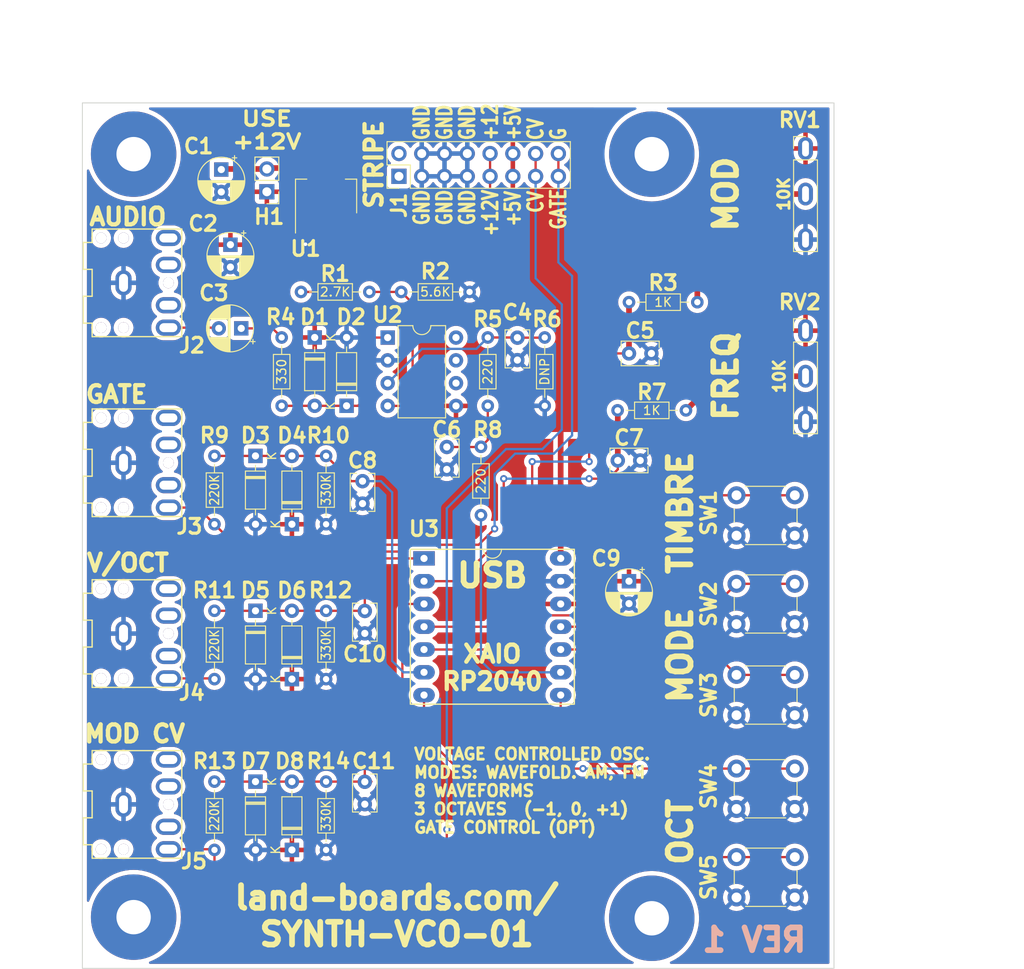
<source format=kicad_pcb>
(kicad_pcb (version 20211014) (generator pcbnew)
  (title_block (title "VOLTAGE CONTROLLED OSC") (date "2022-09-21") (rev "1") (company "LAND BOARDS, LLC"))
  (layers (0 "F.Cu" signal) (31 "B.Cu" signal) (34 "B.Paste" user) (35 "F.Paste" user) (36 "B.SilkS" user "B.Silkscreen") (37 "F.SilkS" user "F.Silkscreen") (38 "B.Mask" user) (39 "F.Mask" user) (44 "Edge.Cuts" user))
  (net 0 "")
  (net 1 "GND")
  (net 2 "+3V3")
  (net 4 "+5V")
  (net 5 "Net-(C3-Pad2)")
  (net 6 "/VPEROCT")
  (net 7 "/FREQ_POT")
  (net 8 "/MODCV")
  (net 9 "/MOD_POT")
  (net 10 "/PUSH")
  (net 11 "/OCT_UP")
  (net 12 "/PRE_FILT")
  (net 13 "/AUD_OUT")
  (net 14 "/OCT_DN")
  (net 15 "/MODE_DN")
  (net 16 "/MODE_UP")
  (net 18 "+12V")
  (net 19 "/CV")
  (net 20 "/GATE")
  (net 21 "/GATE_C")
  (net 22 "Net-(C1-Pad1)")
  (net 23 "Net-(C6-Pad1)")
  (net 24 "Net-(D1-Pad1)")
  (net 29 "/WAV")
  (net 30 "/V_OCT")
  (net 31 "Net-(R1-Pad1)")
  (net 32 "Net-(R3-Pad1)")
  (net 33 "Net-(R7-Pad1)")
  (footprint "Capacitor_THT:CP_Radial_D5.0mm_P2.50mm" (layer "F.Cu") (at 102.87 38.672888 -90)
    (fp_text reference "C2" (at -2.350888 3.048 180) (layer "F.SilkS") (effects (font (size 1.651 1.651) (thickness 0.34925))))
    (fp_text value "10uF")
    (pad "1" thru_hole rect (at 0 0 270) (size 1.6 1.6) (drill 0.8) (layers *.Cu *.Mask) (net 4 "+5V"))
    (pad "2" thru_hole circle (at 2.5 0 270) (size 1.6 1.6) (drill 0.8) (layers *.Cu *.Mask) (net 1 "GND"))
  )
  (footprint "Resistor_THT:R_Axial_DIN0204_L3.6mm_D1.6mm_P7.62mm_Horizontal" (layer "F.Cu") (at 101.092 69.85 90)
    (fp_text reference "R9" (at 9.906 0 180) (layer "F.SilkS") (effects (font (size 1.651 1.651) (thickness 0.34925))))
    (fp_text value "220K" (at 3.81 0 90) (layer "F.SilkS") (effects (font (size 1 0.889))))
    (pad "1" thru_hole circle (at 0 0 90) (size 1.4 1.4) (drill 0.7) (layers *.Cu *.Mask) (net 20 "/GATE"))
    (pad "2" thru_hole oval (at 7.62 0 90) (size 1.4 1.4) (drill 0.7) (layers *.Cu *.Mask) (net 21 "/GATE_C"))
  )
  (footprint "Capacitor_THT:CP_Radial_D5.0mm_P2.50mm" (layer "F.Cu") (at 147.32 76.2 -90)
    (fp_text reference "C9" (at -2.54 2.54 180) (layer "F.SilkS") (effects (font (size 1.651 1.651) (thickness 0.34925))))
    (fp_text value "10uF")
    (pad "1" thru_hole rect (at 0 0 270) (size 1.6 1.6) (drill 0.8) (layers *.Cu *.Mask) (net 2 "+3V3"))
    (pad "2" thru_hole circle (at 2.5 0 270) (size 1.6 1.6) (drill 0.8) (layers *.Cu *.Mask) (net 1 "GND"))
  )
  (footprint "Diode_THT:D_DO-35_SOD27_P7.62mm_Horizontal" (layer "F.Cu") (at 115.824 56.642 90)
    (fp_text reference "D2" (at 9.906 0.508) (layer "F.SilkS") (effects (font (size 1.651 1.651) (thickness 0.34925))))
    (fp_text value "BAT41")
    (fp_text user "K" (at 0 -1.8 90) (layer "F.SilkS"))
    (pad "1" thru_hole rect (at 0 0 90) (size 1.6 1.6) (drill 0.8) (layers *.Cu *.Mask) (net 24 "Net-(D1-Pad1)"))
    (pad "2" thru_hole oval (at 7.62 0 90) (size 1.6 1.6) (drill 0.8) (layers *.Cu *.Mask) (net 1 "GND"))
  )
  (footprint "LandBoards_MountHoles:MTG-6-32" (layer "F.Cu") (at 92.075 113.665)
    (fp_text reference "MTG2" hide)
    (fp_text value "MountingHole" hide)
    (pad "1" thru_hole circle locked (at 0 0) (size 9.525 9.525) (drill 3.8354) (layers *.Cu *.Mask) (clearance 0.508))
  )
  (footprint "LandBoards_Conns:Pot3" (layer "F.Cu") (at 167.005 48.26)
    (fp_text reference "RV2" (at -0.635 -3.175) (layer "F.SilkS") (effects (font (size 1.651 1.651) (thickness 0.34925))))
    (fp_text value "10K" (at -2.921 5.08 90) (layer "F.SilkS") (effects (font (size 1.27 1.27) (thickness 0.3175))))
    (pad "1" thru_hole oval locked (at 0 0) (size 1.651 2.54) (drill oval 0.762 1.778) (layers *.Cu *.Mask) (net 2 "+3V3"))
    (pad "2" thru_hole oval locked (at 0 5.08) (size 1.651 2.54) (drill oval 0.762 1.778) (layers *.Cu *.Mask) (net 33 "Net-(R7-Pad1)"))
    (pad "3" thru_hole oval locked (at 0 10.16) (size 1.651 2.54) (drill oval 0.762 1.778) (layers *.Cu *.Mask) (net 1 "GND"))
  )
  (footprint "Diode_THT:D_DO-35_SOD27_P7.62mm_Horizontal" (layer "F.Cu") (at 109.728 87.122 90)
    (fp_text reference "D6" (at 9.906 0) (layer "F.SilkS") (effects (font (size 1.651 1.651) (thickness 0.34925))))
    (fp_text value "BAT41")
    (fp_text user "K" (at 0 -1.8 90) (layer "F.SilkS"))
    (pad "1" thru_hole rect (at 0 0 90) (size 1.6 1.6) (drill 0.8) (layers *.Cu *.Mask) (net 2 "+3V3"))
    (pad "2" thru_hole oval (at 7.62 0 90) (size 1.6 1.6) (drill 0.8) (layers *.Cu *.Mask) (net 6 "/VPEROCT"))
  )
  (footprint "Diode_THT:D_DO-35_SOD27_P7.62mm_Horizontal" (layer "F.Cu") (at 109.728 106.172 90)
    (fp_text reference "D8" (at 9.906 -0.254 180) (layer "F.SilkS") (effects (font (size 1.651 1.651) (thickness 0.34925))))
    (fp_text value "BAT41")
    (fp_text user "K" (at 0 -1.8 90) (layer "F.SilkS"))
    (pad "1" thru_hole rect (at 0 0 90) (size 1.6 1.6) (drill 0.8) (layers *.Cu *.Mask) (net 2 "+3V3"))
    (pad "2" thru_hole oval (at 7.62 0 90) (size 1.6 1.6) (drill 0.8) (layers *.Cu *.Mask) (net 8 "/MODCV"))
  )
  (footprint "LandBoards_MountHoles:MTG-6-32" (layer "F.Cu") (at 149.86 28.575)
    (fp_text reference "MTG3" hide)
    (fp_text value "MountingHole" hide)
    (pad "1" thru_hole circle locked (at 0 0) (size 9.525 9.525) (drill 3.8354) (layers *.Cu *.Mask) (clearance 0.508))
  )
  (footprint "Button_Switch_THT:SW_PUSH_6mm_H8.5mm" (layer "F.Cu") (at 159.31 76.49)
    (fp_text reference "SW2" (at -3.1 2.25 90) (layer "F.SilkS") (effects (font (size 1.651 1.651) (thickness 0.34925))))
    (fp_text value "SW_Push")
    (pad "1" thru_hole circle (at 6.5 0 90) (size 2 2) (drill 1.1) (layers *.Cu *.Mask) (net 16 "/MODE_UP"))
    (pad "1" thru_hole circle (at 0 0 90) (size 2 2) (drill 1.1) (layers *.Cu *.Mask) (net 16 "/MODE_UP"))
    (pad "2" thru_hole circle (at 0 4.5 90) (size 2 2) (drill 1.1) (layers *.Cu *.Mask) (net 1 "GND"))
    (pad "2" thru_hole circle (at 6.5 4.5 90) (size 2 2) (drill 1.1) (layers *.Cu *.Mask) (net 1 "GND"))
  )
  (footprint "Diode_THT:D_DO-35_SOD27_P7.62mm_Horizontal" (layer "F.Cu") (at 105.664 79.502 -90)
    (fp_text reference "D5" (at -2.286 0) (layer "F.SilkS") (effects (font (size 1.651 1.651) (thickness 0.34925))))
    (fp_text value "BAT41")
    (fp_text user "K" (at 0 -1.8 90) (layer "F.SilkS"))
    (pad "1" thru_hole rect (at 0 0 270) (size 1.6 1.6) (drill 0.8) (layers *.Cu *.Mask) (net 6 "/VPEROCT"))
    (pad "2" thru_hole oval (at 7.62 0 270) (size 1.6 1.6) (drill 0.8) (layers *.Cu *.Mask) (net 1 "GND"))
  )
  (footprint "Button_Switch_THT:SW_PUSH_6mm_H8.5mm" (layer "F.Cu") (at 165.81 71.12 180)
    (fp_text reference "SW1" (at 9.6 2.54 90) (layer "F.SilkS") (effects (font (size 1.651 1.651) (thickness 0.34925))))
    (fp_text value "SW_Push")
    (pad "1" thru_hole circle (at 0 0 270) (size 2 2) (drill 1.1) (layers *.Cu *.Mask) (net 1 "GND"))
    (pad "1" thru_hole circle (at 6.5 0 270) (size 2 2) (drill 1.1) (layers *.Cu *.Mask) (net 1 "GND"))
    (pad "2" thru_hole circle (at 0 4.5 270) (size 2 2) (drill 1.1) (layers *.Cu *.Mask) (net 10 "/PUSH"))
    (pad "2" thru_hole circle (at 6.5 4.5 270) (size 2 2) (drill 1.1) (layers *.Cu *.Mask) (net 10 "/PUSH"))
  )
  (footprint "Resistor_THT:R_Axial_DIN0204_L3.6mm_D1.6mm_P7.62mm_Horizontal" (layer "F.Cu") (at 101.092 106.172 90)
    (fp_text reference "R13" (at 9.906 0 180) (layer "F.SilkS") (effects (font (size 1.651 1.651) (thickness 0.34925))))
    (fp_text value "220K" (at 3.81 0 90) (layer "F.SilkS") (effects (font (size 1 0.889))))
    (pad "1" thru_hole circle (at 0 0 90) (size 1.4 1.4) (drill 0.7) (layers *.Cu *.Mask) (net 19 "/CV"))
    (pad "2" thru_hole oval (at 7.62 0 90) (size 1.4 1.4) (drill 0.7) (layers *.Cu *.Mask) (net 8 "/MODCV"))
  )
  (footprint "Resistor_THT:R_Axial_DIN0204_L3.6mm_D1.6mm_P7.62mm_Horizontal" (layer "F.Cu") (at 154.94 45.085 180)
    (fp_text reference "R3" (at 3.81 2.159) (layer "F.SilkS") (effects (font (size 1.651 1.651) (thickness 0.34925))))
    (fp_text value "1K" (at 3.81 0) (layer "F.SilkS"))
    (pad "1" thru_hole circle (at 0 0 180) (size 1.4 1.4) (drill 0.7) (layers *.Cu *.Mask) (net 32 "Net-(R3-Pad1)"))
    (pad "2" thru_hole oval (at 7.62 0 180) (size 1.4 1.4) (drill 0.7) (layers *.Cu *.Mask) (net 9 "/MOD_POT"))
  )
  (footprint "Resistor_THT:R_Axial_DIN0204_L3.6mm_D1.6mm_P7.62mm_Horizontal" (layer "F.Cu") (at 118.364 43.942 180)
    (fp_text reference "R1" (at 3.81 2.032) (layer "F.SilkS") (effects (font (size 1.651 1.651) (thickness 0.34925))))
    (fp_text value "2.7K" (at 3.81 0) (layer "F.SilkS"))
    (pad "1" thru_hole circle (at 0 0 180) (size 1.4 1.4) (drill 0.7) (layers *.Cu *.Mask) (net 31 "Net-(R1-Pad1)"))
    (pad "2" thru_hole oval (at 7.62 0 180) (size 1.4 1.4) (drill 0.7) (layers *.Cu *.Mask) (net 24 "Net-(D1-Pad1)"))
  )
  (footprint "LandBoards_Conns:Jack_3.5mm_CUI_SJ1-3523N_Horizontal" (layer "F.Cu") (at 90.948 101.092 90)
    (fp_text reference "J5" (at -6.35 7.858 180) (layer "F.SilkS") (effects (font (size 1.651 1.651) (thickness 0.34925))))
    (fp_text value "AudioJack3" hide)
    (pad "90" thru_hole circle (at -5 -2.5 90) (size 1.2 1.2) (drill 1.2) (layers *.Cu *.Mask))
    (pad "90" thru_hole circle (at 0 5 90) (size 1.2 1.2) (drill 1.2) (layers *.Cu *.Mask))
    (pad "90" thru_hole circle (at 5 -2.5 90) (size 1.2 1.2) (drill 1.2) (layers *.Cu *.Mask))
    (pad "90" thru_hole circle (at 5 0 90) (size 1.2 1.2) (drill 1.2) (layers *.Cu *.Mask))
    (pad "90" thru_hole circle (at -5 0 90) (size 1.2 1.2) (drill 1.2) (layers *.Cu *.Mask))
    (pad "R" thru_hole oval (at 5 5 180) (size 2.8 1.8) (drill oval 2 1) (layers *.Cu *.Mask))
    (pad "RN" thru_hole oval (at 2 5 180) (size 2.8 1.8) (drill oval 2 1) (layers *.Cu *.Mask))
    (pad "S" thru_hole oval (at 0 0 90) (size 2.8 1.8) (drill oval 2 1) (layers *.Cu *.Mask) (net 1 "GND"))
    (pad "T" thru_hole oval (at -5 5 180) (size 2.8 1.8) (drill oval 2 1) (layers *.Cu *.Mask) (net 19 "/CV"))
    (pad "TN" thru_hole oval (at -2.5 5 180) (size 2.8 1.8) (drill oval 2 1) (layers *.Cu *.Mask))
  )
  (footprint "Capacitor_THT:C_Rect_L4.0mm_W2.5mm_P2.50mm" (layer "F.Cu") (at 117.602 65.044 -90)
    (fp_text reference "C8" (at -2.306 0 180) (layer "F.SilkS") (effects (font (size 1.651 1.651) (thickness 0.34925))))
    (fp_text value "0.01uF")
    (pad "1" thru_hole circle (at 0 0 270) (size 1.6 1.6) (drill 0.8) (layers *.Cu *.Mask) (net 21 "/GATE_C"))
    (pad "2" thru_hole circle (at 2.5 0 270) (size 1.6 1.6) (drill 0.8) (layers *.Cu *.Mask) (net 1 "GND"))
  )
  (footprint "Capacitor_THT:C_Rect_L4.0mm_W2.5mm_P2.50mm" (layer "F.Cu") (at 117.856 79.522 -90)
    (fp_text reference "C10" (at 4.806 0) (layer "F.SilkS") (effects (font (size 1.651 1.651) (thickness 0.34925))))
    (fp_text value "0.01uF")
    (pad "1" thru_hole circle (at 0 0 270) (size 1.6 1.6) (drill 0.8) (layers *.Cu *.Mask) (net 6 "/VPEROCT"))
    (pad "2" thru_hole circle (at 2.5 0 270) (size 1.6 1.6) (drill 0.8) (layers *.Cu *.Mask) (net 1 "GND"))
  )
  (footprint "Button_Switch_THT:SW_PUSH_6mm_H8.5mm" (layer "F.Cu") (at 165.81 101.6 180)
    (fp_text reference "SW4" (at 9.6 2.54 90) (layer "F.SilkS") (effects (font (size 1.651 1.651) (thickness 0.34925))))
    (fp_text value "SW_Push")
    (pad "1" thru_hole circle (at 6.5 0 270) (size 2 2) (drill 1.1) (layers *.Cu *.Mask) (net 1 "GND"))
    (pad "1" thru_hole circle (at 0 0 270) (size 2 2) (drill 1.1) (layers *.Cu *.Mask) (net 1 "GND"))
    (pad "2" thru_hole circle (at 6.5 4.5 270) (size 2 2) (drill 1.1) (layers *.Cu *.Mask) (net 11 "/OCT_UP"))
    (pad "2" thru_hole circle (at 0 4.5 270) (size 2 2) (drill 1.1) (layers *.Cu *.Mask) (net 11 "/OCT_UP"))
  )
  (footprint "Diode_THT:D_DO-35_SOD27_P7.62mm_Horizontal" (layer "F.Cu") (at 105.664 62.23 -90)
    (fp_text reference "D3" (at -2.286 0 180) (layer "F.SilkS") (effects (font (size 1.651 1.651) (thickness 0.34925))))
    (fp_text value "BAT41")
    (fp_text user "K" (at 0 -1.8 90) (layer "F.SilkS"))
    (pad "1" thru_hole rect (at 0 0 270) (size 1.6 1.6) (drill 0.8) (layers *.Cu *.Mask) (net 21 "/GATE_C"))
    (pad "2" thru_hole oval (at 7.62 0 270) (size 1.6 1.6) (drill 0.8) (layers *.Cu *.Mask) (net 1 "GND"))
  )
  (footprint "Capacitor_THT:C_Rect_L4.0mm_W2.5mm_P2.50mm" (layer "F.Cu") (at 127 61.234 -90)
    (fp_text reference "C6" (at -1.945 0 180) (layer "F.SilkS") (effects (font (size 1.651 1.651) (thickness 0.34925))))
    (fp_text value "10nF")
    (pad "1" thru_hole circle (at 0 0 270) (size 1.6 1.6) (drill 0.8) (layers *.Cu *.Mask) (net 23 "Net-(C6-Pad1)"))
    (pad "2" thru_hole circle (at 2.5 0 270) (size 1.6 1.6) (drill 0.8) (layers *.Cu *.Mask) (net 1 "GND"))
  )
  (footprint "Resistor_THT:R_Axial_DIN0204_L3.6mm_D1.6mm_P7.62mm_Horizontal" (layer "F.Cu") (at 131.572 56.642 90)
    (fp_text reference "R5" (at 9.652 0 180) (layer "F.SilkS") (effects (font (size 1.651 1.651) (thickness 0.34925))))
    (fp_text value "220" (at 3.81 0 90) (layer "F.SilkS"))
    (pad "1" thru_hole circle (at 0 0 90) (size 1.4 1.4) (drill 0.7) (layers *.Cu *.Mask) (net 23 "Net-(C6-Pad1)"))
    (pad "2" thru_hole oval (at 7.62 0 90) (size 1.4 1.4) (drill 0.7) (layers *.Cu *.Mask) (net 12 "/PRE_FILT"))
  )
  (footprint "Resistor_THT:R_Axial_DIN0204_L3.6mm_D1.6mm_P7.62mm_Horizontal" (layer "F.Cu") (at 113.538 69.85 90)
    (fp_text reference "R10" (at 9.906 0.254 180) (layer "F.SilkS") (effects (font (size 1.651 1.651) (thickness 0.34925))))
    (fp_text value "330K" (at 3.81 0 90) (layer "F.SilkS") (effects (font (size 1 0.889))))
    (pad "1" thru_hole circle (at 0 0 90) (size 1.4 1.4) (drill 0.7) (layers *.Cu *.Mask) (net 1 "GND"))
    (pad "2" thru_hole oval (at 7.62 0 90) (size 1.4 1.4) (drill 0.7) (layers *.Cu *.Mask) (net 21 "/GATE_C"))
  )
  (footprint "Resistor_THT:R_Axial_DIN0204_L3.6mm_D1.6mm_P7.62mm_Horizontal" (layer "F.Cu") (at 101.092 87.122 90)
    (fp_text reference "R11" (at 9.906 0) (layer "F.SilkS") (effects (font (size 1.651 1.651) (thickness 0.34925))))
    (fp_text value "220K" (at 3.81 0 90) (layer "F.SilkS") (effects (font (size 1 0.889))))
    (pad "1" thru_hole circle (at 0 0 90) (size 1.4 1.4) (drill 0.7) (layers *.Cu *.Mask) (net 30 "/V_OCT"))
    (pad "2" thru_hole oval (at 7.62 0 90) (size 1.4 1.4) (drill 0.7) (layers *.Cu *.Mask) (net 6 "/VPEROCT"))
  )
  (footprint "Capacitor_THT:C_Rect_L4.0mm_W2.5mm_P2.50mm" (layer "F.Cu") (at 117.856 98.572 -90)
    (fp_text reference "C11" (at -2.306 -1.016 180) (layer "F.SilkS") (effects (font (size 1.651 1.651) (thickness 0.34925))))
    (fp_text value "0.01uF")
    (pad "1" thru_hole circle (at 0 0 270) (size 1.6 1.6) (drill 0.8) (layers *.Cu *.Mask) (net 8 "/MODCV"))
    (pad "2" thru_hole circle (at 2.5 0 270) (size 1.6 1.6) (drill 0.8) (layers *.Cu *.Mask) (net 1 "GND"))
  )
  (footprint "Diode_THT:D_DO-35_SOD27_P7.62mm_Horizontal" (layer "F.Cu") (at 112.268 49.022 -90)
    (fp_text reference "D1" (at -2.286 0) (layer "F.SilkS") (effects (font (size 1.651 1.651) (thickness 0.34925))))
    (fp_text value "BAT41")
    (fp_text user "K" (at 0 -1.8 90) (layer "F.SilkS"))
    (pad "1" thru_hole rect (at 0 0 270) (size 1.6 1.6) (drill 0.8) (layers *.Cu *.Mask) (net 4 "+5V"))
    (pad "2" thru_hole oval (at 7.62 0 270) (size 1.6 1.6) (drill 0.8) (layers *.Cu *.Mask) (net 24 "Net-(D1-Pad1)"))
  )
  (footprint "Button_Switch_THT:SW_PUSH_6mm_H8.5mm" (layer "F.Cu") (at 159.31 86.65)
    (fp_text reference "SW3" (at -3.1 2.25 90) (layer "F.SilkS") (effects (font (size 1.651 1.651) (thickness 0.34925))))
    (fp_text value "SW_Push")
    (pad "1" thru_hole circle (at 0 0 90) (size 2 2) (drill 1.1) (layers *.Cu *.Mask) (net 15 "/MODE_DN"))
    (pad "1" thru_hole circle (at 6.5 0 90) (size 2 2) (drill 1.1) (layers *.Cu *.Mask) (net 15 "/MODE_DN"))
    (pad "2" thru_hole circle (at 0 4.5 90) (size 2 2) (drill 1.1) (layers *.Cu *.Mask) (net 1 "GND"))
    (pad "2" thru_hole circle (at 6.5 4.5 90) (size 2 2) (drill 1.1) (layers *.Cu *.Mask) (net 1 "GND"))
  )
  (footprint "Diode_THT:D_DO-35_SOD27_P7.62mm_Horizontal" (layer "F.Cu") (at 105.664 98.552 -90)
    (fp_text reference "D7" (at -2.286 0 180) (layer "F.SilkS") (effects (font (size 1.651 1.651) (thickness 0.34925))))
    (fp_text value "BAT41")
    (fp_text user "K" (at 0 -1.8 90) (layer "F.SilkS"))
    (pad "1" thru_hole rect (at 0 0 270) (size 1.6 1.6) (drill 0.8) (layers *.Cu *.Mask) (net 8 "/MODCV"))
    (pad "2" thru_hole oval (at 7.62 0 270) (size 1.6 1.6) (drill 0.8) (layers *.Cu *.Mask) (net 1 "GND"))
  )
  (footprint "Package_DIP:DIP-8_W7.62mm" (layer "F.Cu") (at 120.406 49.032)
    (fp_text reference "U2" (at -0.01 -2.55) (layer "F.SilkS") (effects (font (size 1.651 1.651) (thickness 0.34925))))
    (fp_text value "MCP6232")
    (pad "1" thru_hole rect (at 0 0) (size 1.6 1.6) (drill 0.8) (layers *.Cu *.Mask) (net 24 "Net-(D1-Pad1)"))
    (pad "2" thru_hole oval (at 0 2.54) (size 1.6 1.6) (drill 0.8) (layers *.Cu *.Mask) (net 1 "GND"))
    (pad "3" thru_hole oval (at 0 5.08) (size 1.6 1.6) (drill 0.8) (layers *.Cu *.Mask) (net 12 "/PRE_FILT"))
    (pad "4" thru_hole oval (at 0 7.62) (size 1.6 1.6) (drill 0.8) (layers *.Cu *.Mask) (net 31 "Net-(R1-Pad1)"))
    (pad "5" thru_hole oval (at 7.62 7.62) (size 1.6 1.6) (drill 0.8) (layers *.Cu *.Mask) (net 4 "+5V"))
    (pad "6" thru_hole oval (at 7.62 5.08) (size 1.6 1.6) (drill 0.8) (layers *.Cu *.Mask))
    (pad "7" thru_hole oval (at 7.62 2.54) (size 1.6 1.6) (drill 0.8) (layers *.Cu *.Mask))
    (pad "8" thru_hole oval (at 7.62 0) (size 1.6 1.6) (drill 0.8) (layers *.Cu *.Mask))
  )
  (footprint "Resistor_THT:R_Axial_DIN0204_L3.6mm_D1.6mm_P7.62mm_Horizontal" (layer "F.Cu") (at 108.585 49.022 -90)
    (fp_text reference "R4" (at -2.286 0.127) (layer "F.SilkS") (effects (font (size 1.651 1.651) (thickness 0.34925))))
    (fp_text value "330" (at 3.81 0 90) (layer "F.SilkS"))
    (pad "1" thru_hole circle (at 0 0 270) (size 1.4 1.4) (drill 0.7) (layers *.Cu *.Mask) (net 13 "/AUD_OUT"))
    (pad "2" thru_hole oval (at 7.62 0 270) (size 1.4 1.4) (drill 0.7) (layers *.Cu *.Mask) (net 24 "Net-(D1-Pad1)"))
  )
  (footprint "Diode_THT:D_DO-35_SOD27_P7.62mm_Horizontal" (layer "F.Cu") (at 109.728 69.85 90)
    (fp_text reference "D4" (at 9.906 0 180) (layer "F.SilkS") (effects (font (size 1.651 1.651) (thickness 0.34925))))
    (fp_text value "BAT41")
    (fp_text user "K" (at 0 -1.8 90) (layer "F.SilkS"))
    (pad "1" thru_hole rect (at 0 0 90) (size 1.6 1.6) (drill 0.8) (layers *.Cu *.Mask) (net 2 "+3V3"))
    (pad "2" thru_hole oval (at 7.62 0 90) (size 1.6 1.6) (drill 0.8) (layers *.Cu *.Mask) (net 21 "/GATE_C"))
  )
  (footprint "Capacitor_THT:C_Rect_L4.0mm_W2.5mm_P2.50mm" (layer "F.Cu") (at 134.874 49.042 -90)
    (fp_text reference "C4" (at -2.814 0 180) (layer "F.SilkS") (effects (font (size 1.651 1.651) (thickness 0.34925))))
    (fp_text value "10nF")
    (pad "1" thru_hole circle (at 0 0 270) (size 1.6 1.6) (drill 0.8) (layers *.Cu *.Mask) (net 12 "/PRE_FILT"))
    (pad "2" thru_hole circle (at 2.5 0 270) (size 1.6 1.6) (drill 0.8) (layers *.Cu *.Mask) (net 1 "GND"))
  )
  (footprint "Connector_PinHeader_2.54mm:PinHeader_2x08_P2.54mm_Vertical" (layer "F.Cu") (at 121.666 31.05 90)
    (fp_text reference "J1" (at -3.24 0 270) (layer "F.SilkS") (effects (font (size 1.5875 1.5875) (thickness 0.34925))))
    (fp_text value "Conn_02x08_Odd_Even")
    (pad "1" thru_hole rect (at 0 0 90) (size 1.7 1.7) (drill 1) (layers *.Cu *.Mask))
    (pad "2" thru_hole oval (at 2.54 0 90) (size 1.7 1.7) (drill 1) (layers *.Cu *.Mask))
    (pad "3" thru_hole oval (at 0 2.54 90) (size 1.7 1.7) (drill 1) (layers *.Cu *.Mask) (net 1 "GND"))
    (pad "4" thru_hole oval (at 2.54 2.54 90) (size 1.7 1.7) (drill 1) (layers *.Cu *.Mask) (net 1 "GND"))
    (pad "5" thru_hole oval (at 0 5.08 90) (size 1.7 1.7) (drill 1) (layers *.Cu *.Mask) (net 1 "GND"))
    (pad "6" thru_hole oval (at 2.54 5.08 90) (size 1.7 1.7) (drill 1) (layers *.Cu *.Mask) (net 1 "GND"))
    (pad "7" thru_hole oval (at 0 7.62 90) (size 1.7 1.7) (drill 1) (layers *.Cu *.Mask) (net 1 "GND"))
    (pad "8" thru_hole oval (at 2.54 7.62 90) (size 1.7 1.7) (drill 1) (layers *.Cu *.Mask) (net 1 "GND"))
    (pad "9" thru_hole oval (at 0 10.16 90) (size 1.7 1.7) (drill 1) (layers *.Cu *.Mask) (net 18 "+12V"))
    (pad "10" thru_hole oval (at 2.54 10.16 90) (size 1.7 1.7) (drill 1) (layers *.Cu *.Mask) (net 18 "+12V"))
    (pad "11" thru_hole oval (at 0 12.7 90) (size 1.7 1.7) (drill 1) (layers *.Cu *.Mask) (net 4 "+5V"))
    (pad "12" thru_hole oval (at 2.54 12.7 90) (size 1.7 1.7) (drill 1) (layers *.Cu *.Mask) (net 4 "+5V"))
    (pad "13" thru_hole oval (at 0 15.24 90) (size 1.7 1.7) (drill 1) (layers *.Cu *.Mask) (net 19 "/CV"))
    (pad "14" thru_hole oval (at 2.54 15.24 90) (size 1.7 1.7) (drill 1) (layers *.Cu *.Mask) (net 19 "/CV"))
    (pad "15" thru_hole oval (at 0 17.78 90) (size 1.7 1.7) (drill 1) (layers *.Cu *.Mask) (net 20 "/GATE"))
    (pad "16" thru_hole oval (at 2.54 17.78 90) (size 1.7 1.7) (drill 1) (layers *.Cu *.Mask) (net 20 "/GATE"))
  )
  (footprint "Resistor_THT:R_Axial_DIN0204_L3.6mm_D1.6mm_P7.62mm_Horizontal" (layer "F.Cu") (at 153.67 57.15 180)
    (fp_text reference "R7" (at 3.81 2.032) (layer "F.SilkS") (effects (font (size 1.651 1.651) (thickness 0.34925))))
    (fp_text value "1K" (at 3.81 0) (layer "F.SilkS"))
    (pad "1" thru_hole circle (at 0 0 180) (size 1.4 1.4) (drill 0.7) (layers *.Cu *.Mask) (net 33 "Net-(R7-Pad1)"))
    (pad "2" thru_hole oval (at 7.62 0 180) (size 1.4 1.4) (drill 0.7) (layers *.Cu *.Mask) (net 7 "/FREQ_POT"))
  )
  (footprint "LandBoards_BoardOutlines:QT_Py" (layer "F.Cu") (at 124.46 73.66)
    (fp_text reference "U3" (at 0 -3.302) (layer "F.SilkS") (effects (font (size 1.651 1.651) (thickness 0.34925))))
    (fp_text value "XIAO_RP2040")
    (pad "1" thru_hole rect (at 0 0) (size 2.4 1.6) (drill 0.8) (layers *.Cu *.Mask) (net 6 "/VPEROCT"))
    (pad "2" thru_hole oval (at 0 2.54) (size 2.4 1.6) (drill 0.8) (layers *.Cu *.Mask) (net 7 "/FREQ_POT"))
    (pad "3" thru_hole oval (at 0 5.08) (size 2.4 1.6) (drill 0.8) (layers *.Cu *.Mask) (net 8 "/MODCV"))
    (pad "4" thru_hole oval (at 0 7.62) (size 2.4 1.6) (drill 0.8) (layers *.Cu *.Mask) (net 9 "/MOD_POT"))
    (pad "5" thru_hole oval (at 0 10.16) (size 2.4 1.6) (drill 0.8) (layers *.Cu *.Mask) (net 10 "/PUSH"))
    (pad "6" thru_hole oval (at 0 12.7) (size 2.4 1.6) (drill 0.8) (layers *.Cu *.Mask) (net 21 "/GATE_C"))
    (pad "7" thru_hole oval (at 0 15.24) (size 2.4 1.6) (drill 0.8) (layers *.Cu *.Mask) (net 11 "/OCT_UP"))
    (pad "8" thru_hole oval (at 15.24 15.24) (size 2.4 1.6) (drill 0.8) (layers *.Cu *.Mask) (net 14 "/OCT_DN"))
    (pad "9" thru_hole oval (at 15.24 12.7) (size 2.4 1.6) (drill 0.8) (layers *.Cu *.Mask) (net 29 "/WAV"))
    (pad "10" thru_hole oval (at 15.24 10.16) (size 2.4 1.6) (drill 0.8) (layers *.Cu *.Mask) (net 15 "/MODE_DN"))
    (pad "11" thru_hole oval (at 15.24 7.62) (size 2.4 1.6) (drill 0.8) (layers *.Cu *.Mask) (net 16 "/MODE_UP"))
    (pad "12" thru_hole oval (at 15.24 5.08) (size 2.4 1.6) (drill 0.8) (layers *.Cu *.Mask) (net 2 "+3V3"))
    (pad "13" thru_hole oval (at 15.24 2.54) (size 2.4 1.6) (drill 0.8) (layers *.Cu *.Mask) (net 1 "GND"))
    (pad "14" thru_hole oval (at 15.24 0) (size 2.4 1.6) (drill 0.8) (layers *.Cu *.Mask) (net 4 "+5V"))
  )
  (footprint "Connector_PinHeader_2.54mm:PinHeader_1x02_P2.54mm_Vertical" (layer "F.Cu") (at 106.934 32.771 180)
    (fp_text reference "H1" (at -0.254 -2.789) (layer "F.SilkS") (effects (font (size 1.651 1.651) (thickness 0.34925))))
    (fp_text value "Conn_01x02")
    (pad "1" thru_hole rect (at 0 0 180) (size 1.7 1.7) (drill 1) (layers *.Cu *.Mask) (net 4 "+5V"))
    (pad "2" thru_hole oval (at 0 2.54 180) (size 1.7 1.7) (drill 1) (layers *.Cu *.Mask) (net 22 "Net-(C1-Pad1)"))
  )
  (footprint "LandBoards_MountHoles:MTG-6-32" (layer "F.Cu") (at 149.86 113.792)
    (fp_text reference "MTG4" hide)
    (fp_text value "MountingHole" hide)
    (pad "1" thru_hole circle locked (at 0 0) (size 9.525 9.525) (drill 3.8354) (layers *.Cu *.Mask) (clearance 0.508))
  )
  (footprint "LandBoards_MountHoles:MTG-6-32" (layer "F.Cu") (at 92.075 28.575)
    (fp_text reference "MTG1" hide)
    (fp_text value "MountingHole" hide)
    (pad "1" thru_hole circle locked (at 0 0) (size 9.525 9.525) (drill 3.8354) (layers *.Cu *.Mask) (clearance 0.508))
  )
  (footprint "Resistor_THT:R_Axial_DIN0204_L3.6mm_D1.6mm_P7.62mm_Horizontal" (layer "F.Cu") (at 113.538 106.172 90)
    (fp_text reference "R14" (at 9.906 0.254 180) (layer "F.SilkS") (effects (font (size 1.651 1.651) (thickness 0.34925))))
    (fp_text value "330K" (at 3.81 0 90) (layer "F.SilkS") (effects (font (size 1 0.889))))
    (pad "1" thru_hole circle (at 0 0 90) (size 1.4 1.4) (drill 0.7) (layers *.Cu *.Mask) (net 1 "GND"))
    (pad "2" thru_hole oval (at 7.62 0 90) (size 1.4 1.4) (drill 0.7) (layers *.Cu *.Mask) (net 8 "/MODCV"))
  )
  (footprint "Capacitor_THT:C_Rect_L4.0mm_W2.5mm_P2.50mm" (layer "F.Cu") (at 147.32 50.8)
    (fp_text reference "C5" (at 1.25 -2.54) (layer "F.SilkS") (effects (font (size 1.651 1.651) (thickness 0.34925))))
    (fp_text value "0.1uF")
    (pad "1" thru_hole circle (at 0 0) (size 1.6 1.6) (drill 0.8) (layers *.Cu *.Mask) (net 9 "/MOD_POT"))
    (pad "2" thru_hole circle (at 2.5 0) (size 1.6 1.6) (drill 0.8) (layers *.Cu *.Mask) (net 1 "GND"))
  )
  (footprint "Resistor_THT:R_Axial_DIN0204_L3.6mm_D1.6mm_P7.62mm_Horizontal" (layer "F.Cu") (at 129.54 43.942 180)
    (fp_text reference "R2" (at 3.81 2.286) (layer "F.SilkS") (effects (font (size 1.651 1.651) (thickness 0.34925))))
    (fp_text value "5.6K" (at 3.81 0) (layer "F.SilkS"))
    (pad "1" thru_hole circle (at 0 0 180) (size 1.4 1.4) (drill 0.7) (layers *.Cu *.Mask) (net 1 "GND"))
    (pad "2" thru_hole oval (at 7.62 0 180) (size 1.4 1.4) (drill 0.7) (layers *.Cu *.Mask) (net 31 "Net-(R1-Pad1)"))
  )
  (footprint "Button_Switch_THT:SW_PUSH_6mm_H8.5mm" (layer "F.Cu") (at 159.31 106.97)
    (fp_text reference "SW5" (at -3.1 2.25 90) (layer "F.SilkS") (effects (font (size 1.651 1.651) (thickness 0.34925))))
    (fp_text value "SW_Push")
    (pad "1" thru_hole circle (at 6.5 0 90) (size 2 2) (drill 1.1) (layers *.Cu *.Mask) (net 14 "/OCT_DN"))
    (pad "1" thru_hole circle (at 0 0 90) (size 2 2) (drill 1.1) (layers *.Cu *.Mask) (net 14 "/OCT_DN"))
    (pad "2" thru_hole circle (at 6.5 4.5 90) (size 2 2) (drill 1.1) (layers *.Cu *.Mask) (net 1 "GND"))
    (pad "2" thru_hole circle (at 0 4.5 90) (size 2 2) (drill 1.1) (layers *.Cu *.Mask) (net 1 "GND"))
  )
  (footprint "LandBoards_Conns:Pot3" (layer "F.Cu") (at 167.005 27.945)
    (fp_text reference "RV1" (at -0.635 -3.18) (layer "F.SilkS") (effects (font (size 1.651 1.651) (thickness 0.34925))))
    (fp_text value "10K" (at -2.413 5.075 90) (layer "F.SilkS") (effects (font (size 1.27 1.27) (thickness 0.3175))))
    (pad "1" thru_hole oval locked (at 0 0) (size 1.651 2.54) (drill oval 0.762 1.778) (layers *.Cu *.Mask) (net 2 "+3V3"))
    (pad "2" thru_hole oval locked (at 0 5.08) (size 1.651 2.54) (drill oval 0.762 1.778) (layers *.Cu *.Mask) (net 32 "Net-(R3-Pad1)"))
    (pad "3" thru_hole oval locked (at 0 10.16) (size 1.651 2.54) (drill oval 0.762 1.778) (layers *.Cu *.Mask) (net 1 "GND"))
  )
  (footprint "Resistor_THT:R_Axial_DIN0204_L3.6mm_D1.6mm_P7.62mm_Horizontal" (layer "F.Cu") (at 137.922 49.022 -90)
    (fp_text reference "R6" (at -2.032 -0.254 180) (layer "F.SilkS") (effects (font (size 1.651 1.651) (thickness 0.34925))))
    (fp_text value "DNP" (at 3.81 0 90) (layer "F.SilkS"))
    (pad "1" thru_hole circle (at 0 0 270) (size 1.4 1.4) (drill 0.7) (layers *.Cu *.Mask) (net 12 "/PRE_FILT"))
    (pad "2" thru_hole oval (at 7.62 0 270) (size 1.4 1.4) (drill 0.7) (layers *.Cu *.Mask) (net 1 "GND"))
  )
  (footprint "Resistor_THT:R_Axial_DIN0204_L3.6mm_D1.6mm_P7.62mm_Horizontal" (layer "F.Cu") (at 130.81 68.834 90)
    (fp_text reference "R8" (at 9.525 0.762 180) (layer "F.SilkS") (effects (font (size 1.651 1.651) (thickness 0.34925))))
    (fp_text value "220" (at 3.81 0 90) (layer "F.SilkS"))
    (pad "1" thru_hole circle (at 0 0 90) (size 1.4 1.4) (drill 0.7) (layers *.Cu *.Mask) (net 29 "/WAV"))
    (pad "2" thru_hole oval (at 7.62 0 90) (size 1.4 1.4) (drill 0.7) (layers *.Cu *.Mask) (net 23 "Net-(C6-Pad1)"))
  )
  (footprint "LandBoards_Conns:Jack_3.5mm_CUI_SJ1-3523N_Horizontal" (layer "F.Cu") (at 90.948 62.992 90)
    (fp_text reference "J3" (at -7.112 7.35 180) (layer "F.SilkS") (effects (font (size 1.651 1.651) (thickness 0.34925))))
    (fp_text value "AudioJack3" hide)
    (pad "90" thru_hole circle (at -5 -2.5 90) (size 1.2 1.2) (drill 1.2) (layers *.Cu *.Mask))
    (pad "90" thru_hole circle (at 5 0 90) (size 1.2 1.2) (drill 1.2) (layers *.Cu *.Mask))
    (pad "90" thru_hole circle (at 5 -2.5 90) (size 1.2 1.2) (drill 1.2) (layers *.Cu *.Mask))
    (pad "90" thru_hole circle (at 0 5 90) (size 1.2 1.2) (drill 1.2) (layers *.Cu *.Mask))
    (pad "90" thru_hole circle (at -5 0 90) (size 1.2 1.2) (drill 1.2) (layers *.Cu *.Mask))
    (pad "R" thru_hole oval (at 5 5 180) (size 2.8 1.8) (drill oval 2 1) (layers *.Cu *.Mask))
    (pad "RN" thru_hole oval (at 2 5 180) (size 2.8 1.8) (drill oval 2 1) (layers *.Cu *.Mask))
    (pad "S" thru_hole oval (at 0 0 90) (size 2.8 1.8) (drill oval 2 1) (layers *.Cu *.Mask) (net 1 "GND"))
    (pad "T" thru_hole oval (at -5 5 180) (size 2.8 1.8) (drill oval 2 1) (layers *.Cu *.Mask) (net 20 "/GATE"))
    (pad "TN" thru_hole oval (at -2.5 5 180) (size 2.8 1.8) (drill oval 2 1) (layers *.Cu *.Mask))
  )
  (footprint "Capacitor_THT:CP_Radial_D5.0mm_P2.50mm" (layer "F.Cu") (at 104.075113 48.006 180)
    (fp_text reference "C3" (at 3.048 3.937) (layer "F.SilkS") (effects (font (size 1.651 1.651) (thickness 0.34925))))
    (fp_text value "10uF")
    (pad "1" thru_hole rect (at 0 0 180) (size 1.6 1.6) (drill 0.8) (layers *.Cu *.Mask) (net 13 "/AUD_OUT"))
    (pad "2" thru_hole circle (at 2.5 0 180) (size 1.6 1.6) (drill 0.8) (layers *.Cu *.Mask) (net 5 "Net-(C3-Pad2)"))
  )
  (footprint "LandBoards_Conns:Jack_3.5mm_CUI_SJ1-3523N_Horizontal" (layer "F.Cu") (at 90.948 82.042 90)
    (fp_text reference "J4" (at -6.604 7.604 180) (layer "F.SilkS") (effects (font (size 1.651 1.651) (thickness 0.34925))))
    (fp_text value "AudioJack3" hide)
    (pad "90" thru_hole circle (at 5 -2.5 90) (size 1.2 1.2) (drill 1.2) (layers *.Cu *.Mask))
    (pad "90" thru_hole circle (at 5 0 90) (size 1.2 1.2) (drill 1.2) (layers *.Cu *.Mask))
    (pad "90" thru_hole circle (at 0 5 90) (size 1.2 1.2) (drill 1.2) (layers *.Cu *.Mask))
    (pad "90" thru_hole circle (at -5 0 90) (size 1.2 1.2) (drill 1.2) (layers *.Cu *.Mask))
    (pad "90" thru_hole circle (at -5 -2.5 90) (size 1.2 1.2) (drill 1.2) (layers *.Cu *.Mask))
    (pad "R" thru_hole oval (at 5 5 180) (size 2.8 1.8) (drill oval 2 1) (layers *.Cu *.Mask))
    (pad "RN" thru_hole oval (at 2 5 180) (size 2.8 1.8) (drill oval 2 1) (layers *.Cu *.Mask))
    (pad "S" thru_hole oval (at 0 0 90) (size 2.8 1.8) (drill oval 2 1) (layers *.Cu *.Mask) (net 1 "GND"))
    (pad "T" thru_hole oval (at -5 5 180) (size 2.8 1.8) (drill oval 2 1) (layers *.Cu *.Mask) (net 30 "/V_OCT"))
    (pad "TN" thru_hole oval (at -2.5 5 180) (size 2.8 1.8) (drill oval 2 1) (layers *.Cu *.Mask))
  )
  (footprint "Capacitor_THT:CP_Radial_D5.0mm_P2.50mm" (layer "F.Cu") (at 101.854 30.290888 -90)
    (fp_text reference "C1" (at -2.604888 2.54 180) (layer "F.SilkS") (effects (font (size 1.651 1.651) (thickness 0.34925))))
    (fp_text value "10uF")
    (pad "1" thru_hole rect (at 0 0 270) (size 1.6 1.6) (drill 0.8) (layers *.Cu *.Mask) (net 22 "Net-(C1-Pad1)"))
    (pad "2" thru_hole circle (at 2.5 0 270) (size 1.6 1.6) (drill 0.8) (layers *.Cu *.Mask) (net 1 "GND"))
  )
  (footprint "LandBoards_Conns:Jack_3.5mm_CUI_SJ1-3523N_Horizontal" (layer "F.Cu") (at 90.948 42.926 90)
    (fp_text reference "J2" (at -6.985 7.62 180) (layer "F.SilkS") (effects (font (size 1.651 1.651) (thickness 0.34925))))
    (fp_text value "AudioJack3" hide)
    (pad "90" thru_hole circle (at 5 0 90) (size 1.2 1.2) (drill 1.2) (layers *.Cu *.Mask))
    (pad "90" thru_hole circle (at 5 -2.5 90) (size 1.2 1.2) (drill 1.2) (layers *.Cu *.Mask))
    (pad "90" thru_hole circle (at -5 0 90) (size 1.2 1.2) (drill 1.2) (layers *.Cu *.Mask))
    (pad "90" thru_hole circle (at 0 5 90) (size 1.2 1.2) (drill 1.2) (layers *.Cu *.Mask))
    (pad "90" thru_hole circle (at -5 -2.5 90) (size 1.2 1.2) (drill 1.2) (layers *.Cu *.Mask))
    (pad "R" thru_hole oval (at 5 5 180) (size 2.8 1.8) (drill oval 2 1) (layers *.Cu *.Mask))
    (pad "RN" thru_hole oval (at 2 5 180) (size 2.8 1.8) (drill oval 2 1) (layers *.Cu *.Mask))
    (pad "S" thru_hole oval (at 0 0 90) (size 2.8 1.8) (drill oval 2 1) (layers *.Cu *.Mask) (net 1 "GND"))
    (pad "T" thru_hole oval (at -5 5 180) (size 2.8 1.8) (drill oval 2 1) (layers *.Cu *.Mask) (net 5 "Net-(C3-Pad2)"))
    (pad "TN" thru_hole oval (at -2.5 5 180) (size 2.8 1.8) (drill oval 2 1) (layers *.Cu *.Mask))
  )
  (footprint "Resistor_THT:R_Axial_DIN0204_L3.6mm_D1.6mm_P7.62mm_Horizontal" (layer "F.Cu") (at 113.538 87.122 90)
    (fp_text reference "R12" (at 9.906 0.508) (layer "F.SilkS") (effects (font (size 1.651 1.651) (thickness 0.34925))))
    (fp_text value "330K" (at 3.81 0 90) (layer "F.SilkS") (effects (font (size 1 0.889))))
    (pad "1" thru_hole circle (at 0 0 90) (size 1.4 1.4) (drill 0.7) (layers *.Cu *.Mask) (net 1 "GND"))
    (pad "2" thru_hole oval (at 7.62 0 90) (size 1.4 1.4) (drill 0.7) (layers *.Cu *.Mask) (net 6 "/VPEROCT"))
  )
  (footprint "Package_TO_SOT_SMD:SOT-223" (layer "F.Cu") (at 113.538 33.274 90)
    (fp_text reference "U1" (at -5.842 -2.286 180) (layer "F.SilkS") (effects (font (size 1.651 1.651) (thickness 0.34925))))
    (fp_text value "AZ1117-5")
    (pad "1" smd rect (at -3.15 -2.3 90) (size 2 1.5) (layers "F.Cu" "F.Paste" "F.Mask") (net 1 "GND"))
    (pad "2" smd rect (at -3.15 0 90) (size 2 1.5) (layers "F.Cu" "F.Paste" "F.Mask") (net 22 "Net-(C1-Pad1)"))
    (pad "3" smd rect (at -3.15 2.3 90) (size 2 1.5) (layers "F.Cu" "F.Paste" "F.Mask") (net 18 "+12V"))
    (pad "4" smd rect (at 3.15 0 90) (size 2 3.8) (layers "F.Cu" "F.Paste" "F.Mask") (net 22 "Net-(C1-Pad1)"))
  )
  (footprint "Capacitor_THT:C_Rect_L4.0mm_W2.5mm_P2.50mm" (layer "F.Cu") (at 146.07 62.738)
    (fp_text reference "C7" (at 1.25 -2.54) (layer "F.SilkS") (effects (font (size 1.651 1.651) (thickness 0.34925))))
    (fp_text value "0.1uF")
    (pad "1" thru_hole circle (at 0 0) (size 1.6 1.6) (drill 0.8) (layers *.Cu *.Mask) (net 7 "/FREQ_POT"))
    (pad "2" thru_hole circle (at 2.5 0) (size 1.6 1.6) (drill 0.8) (layers *.Cu *.Mask) (net 1 "GND"))
  )
  (gr_rect (start 86.36 22.86) (end 170.18 119.38) (layer "Edge.Cuts") (width 0.1) (fill none))
  (gr_text "REV 1" (at 161.29 116.205) (layer "B.SilkS") (effects (font (size 2.54 2.54) (thickness 0.635)) (justify mirror)))
  (gr_text "XAIO\nRP2040" (at 132.08 85.852) (layer "F.SilkS") (effects (font (size 1.905 1.905) (thickness 0.47625))))
  (gr_text "STRIPE" (at 118.872 29.718 90) (layer "F.SilkS") (effects (font (size 1.905 1.905) (thickness 0.47625))))
  (gr_text "MOD" (at 158.115 33.02 90) (layer "F.SilkS") (effects (font (size 2.54 2.54) (thickness 0.635))))
  (gr_text "GND" (at 126.746 27.178 90) (layer "F.SilkS") (effects (font (size 1.651 1.27) (thickness 0.3175)) (justify left)))
  (gr_text "GND" (at 129.286 27.178 90) (layer "F.SilkS") (effects (font (size 1.651 1.27) (thickness 0.3175)) (justify left)))
  (gr_text "GATE" (at 90.17 55.372) (layer "F.SilkS") (effects (font (size 1.8796 1.905) (thickness 0.4699))))
  (gr_text "CV" (at 136.906 32.512 90) (layer "F.SilkS") (effects (font (size 1.651 1.27) (thickness 0.3175)) (justify right)))
  (gr_text "AUDIO" (at 91.44 35.56) (layer "F.SilkS") (effects (font (size 1.8796 1.905) (thickness 0.4699))))
  (gr_text "+5V" (at 134.366 27.18 90) (layer "F.SilkS") (effects (font (size 1.651 1.27) (thickness 0.3175)) (justify left)))
  (gr_text "OCT" (at 153.035 104.14 90) (layer "F.SilkS") (effects (font (size 2.54 2.54) (thickness 0.635))))
  (gr_text "land-boards.com/\nSYNTH-VCO-01" (at 121.412 113.538) (layer "F.SilkS") (effects (font (size 2.54 2.54) (thickness 0.635))))
  (gr_text "GND" (at 124.206 32.38 90) (layer "F.SilkS") (effects (font (size 1.651 1.27) (thickness 0.3175)) (justify right)))
  (gr_text "V/OCT" (at 91.44 74.168) (layer "F.SilkS") (effects (font (size 1.905 1.905) (thickness 0.47625))))
  (gr_text "+12V" (at 131.856 32.38 90) (layer "F.SilkS") (effects (font (size 1.651 1.27) (thickness 0.3175)) (justify right)))
  (gr_text "TIMBRE" (at 153.035 68.58 90) (layer "F.SilkS") (effects (font (size 2.54 2.54) (thickness 0.635))))
  (gr_text "+5V" (at 134.366 32.512 90) (layer "F.SilkS") (effects (font (size 1.651 1.27) (thickness 0.3175)) (justify right)))
  (gr_text "GND" (at 129.286 32.38 90) (layer "F.SilkS") (effects (font (size 1.651 1.27) (thickness 0.3175)) (justify right)))
  (gr_text "GATE" (at 139.446 32.258 90) (layer "F.SilkS") (effects (font (size 1.651 1.27) (thickness 0.3175)) (justify right)))
  (gr_text "MOD CV" (at 92.202 93.218) (layer "F.SilkS") (effects (font (size 1.905 1.905) (thickness 0.47625))))
  (gr_text "CV" (at 136.906 27.178 90) (layer "F.SilkS") (effects (font (size 1.651 1.27) (thickness 0.3175)) (justify left)))
  (gr_text "USB" (at 132.08 75.565) (layer "F.SilkS") (effects (font (size 2.54 2.54) (thickness 0.635))))
  (gr_text "FREQ" (at 158.115 53.34 90) (layer "F.SilkS") (effects (font (size 2.54 2.54) (thickness 0.635))))
  (gr_text "+12" (at 131.826 27.18 90) (layer "F.SilkS") (effects (font (size 1.651 1.27) (thickness 0.3175)) (justify left)))
  (gr_text "GND" (at 124.206 27.178 90) (layer "F.SilkS") (effects (font (size 1.651 1.27) (thickness 0.3175)) (justify left)))
  (gr_text "MODE" (at 153.035 84.455 90) (layer "F.SilkS") (effects (font (size 2.54 2.54) (thickness 0.635))))
  (gr_text "VOLTAGE CONTROLLED OSC.\nMODES: WAVEFOLD. AM, FM\n8 WAVEFORMS\n3 OCTAVES  (-1, 0, +1)\nGATE CONTROL (OPT)" (at 123.19 99.568) (layer "F.SilkS") (effects (font (size 1.27 1.27) (thickness 0.3175)) (justify left)))
  (gr_text "GND" (at 126.746 32.38 90) (layer "F.SilkS") (effects (font (size 1.651 1.27) (thickness 0.3175)) (justify right)))
  (gr_text "G" (at 139.446 27.178 90) (layer "F.SilkS") (effects (font (size 1.651 1.27) (thickness 0.3175)) (justify left)))
  (gr_text "USE\n+12V" (at 106.934 25.908) (layer "F.SilkS") (effects (font (size 1.5875 1.905) (thickness 0.381))))
  (segment (start 111.238 38.622) (end 111.238 36.424) (width 0.254) (layer "F.Cu") (net 1))
  (via (at 111.238 38.622) (size 0.8) (drill 0.4) (layers "F.Cu" "B.Cu") (net 1))
  (segment (start 144.145 76.2) (end 147.32 76.2) (width 0.254) (layer "F.Cu") (net 2))
  (segment (start 141.605 78.74) (end 144.145 76.2) (width 0.254) (layer "F.Cu") (net 2))
  (segment (start 139.7 78.74) (end 141.605 78.74) (width 0.254) (layer "F.Cu") (net 2))
  (segment (start 139.7 73.66) (end 139.7 58.42) (width 0.635) (layer "F.Cu") (net 4))
  (segment (start 95.948 47.926) (end 101.495113 47.926) (width 0.254) (layer "F.Cu") (net 5))
  (segment (start 113.538 79.502) (end 117.836 79.502) (width 0.254) (layer "F.Cu") (net 6))
  (segment (start 119.888 73.66) (end 117.856 75.692) (width 0.254) (layer "F.Cu") (net 6))
  (segment (start 109.728 79.502) (end 113.538 79.502) (width 0.254) (layer "F.Cu") (net 6))
  (segment (start 101.092 79.502) (end 105.664 79.502) (width 0.254) (layer "F.Cu") (net 6))
  (segment (start 117.856 75.692) (end 117.856 79.522) (width 0.254) (layer "F.Cu") (net 6))
  (segment (start 124.46 73.66) (end 119.888 73.66) (width 0.254) (layer "F.Cu") (net 6))
  (segment (start 109.728 79.502) (end 105.664 79.502) (width 0.254) (layer "F.Cu") (net 6))
  (segment (start 142.875 64.77) (end 145.034 64.77) (width 0.254) (layer "F.Cu") (net 7))
  (segment (start 133.35 71.12) (end 133.35 64.77) (width 0.254) (layer "F.Cu") (net 7))
  (segment (start 124.46 76.2) (end 128.27 76.2) (width 0.254) (layer "F.Cu") (net 7))
  (segment (start 128.27 76.2) (end 133.35 71.12) (width 0.254) (layer "F.Cu") (net 7))
  (segment (start 146.07 63.734) (end 146.07 61.976) (width 0.254) (layer "F.Cu") (net 7))
  (segment (start 146.07 61.976) (end 146.07 57.17) (width 0.635) (layer "F.Cu") (net 7))
  (segment (start 145.034 64.77) (end 146.07 63.734) (width 0.254) (layer "F.Cu") (net 7))
  (via (at 133.35 64.77) (size 0.8) (drill 0.4) (layers "F.Cu" "B.Cu") (net 7))
  (via (at 142.875 64.77) (size 0.8) (drill 0.4) (layers "F.Cu" "B.Cu") (net 7))
  (segment (start 133.35 64.77) (end 142.875 64.77) (width 0.254) (layer "B.Cu") (net 7))
  (segment (start 101.6 98.552) (end 113.538 98.552) (width 0.254) (layer "F.Cu") (net 8))
  (segment (start 122.047 79.375) (end 122.047 92.329) (width 0.254) (layer "F.Cu") (net 8))
  (segment (start 113.538 98.552) (end 118.598 98.552) (width 0.254) (layer "F.Cu") (net 8))
  (segment (start 117.856 96.52) (end 117.856 98.572) (width 0.254) (layer "F.Cu") (net 8))
  (segment (start 122.047 92.329) (end 117.856 96.52) (width 0.254) (layer "F.Cu") (net 8))
  (segment (start 124.46 78.74) (end 122.682 78.74) (width 0.254) (layer "F.Cu") (net 8))
  (segment (start 122.682 78.74) (end 122.047 79.375) (width 0.254) (layer "F.Cu") (net 8))
  (segment (start 136.525 76.2) (end 136.525 62.865) (width 0.254) (layer "F.Cu") (net 9))
  (segment (start 142.875 62.865) (end 142.875 52.705) (width 0.254) (layer "F.Cu") (net 9))
  (segment (start 142.875 52.705) (end 144.78 50.8) (width 0.254) (layer "F.Cu") (net 9))
  (segment (start 131.445 81.28) (end 136.525 76.2) (width 0.254) (layer "F.Cu") (net 9))
  (segment (start 144.78 50.8) (end 147.32 50.8) (width 0.254) (layer "F.Cu") (net 9))
  (segment (start 147.32 50.8) (end 147.32 45.085) (width 0.635) (layer "F.Cu") (net 9))
  (segment (start 124.46 81.28) (end 131.445 81.28) (width 0.254) (layer "F.Cu") (net 9))
  (via (at 142.875 62.865) (size 0.8) (drill 0.4) (layers "F.Cu" "B.Cu") (net 9))
  (via (at 136.525 62.865) (size 0.8) (drill 0.4) (layers "F.Cu" "B.Cu") (net 9))
  (segment (start 136.525 62.865) (end 142.875 62.865) (width 0.254) (layer "B.Cu") (net 9))
  (segment (start 159.31 66.62) (end 165.81 66.62) (width 0.254) (layer "F.Cu") (net 10))
  (segment (start 152.908 80.01) (end 154.94 77.978) (width 0.254) (layer "F.Cu") (net 10))
  (segment (start 154.94 77.978) (end 154.94 69.088) (width 0.254) (layer "F.Cu") (net 10))
  (segment (start 124.46 83.82) (end 132.715 83.82) (width 0.254) (layer "F.Cu") (net 10))
  (segment (start 154.94 69.088) (end 157.408 66.62) (width 0.254) (layer "F.Cu") (net 10))
  (segment (start 132.715 83.82) (end 136.525 80.01) (width 0.254) (layer "F.Cu") (net 10))
  (segment (start 136.525 80.01) (end 152.908 80.01) (width 0.254) (layer "F.Cu") (net 10))
  (segment (start 157.408 66.62) (end 159.31 66.62) (width 0.254) (layer "F.Cu") (net 10))
  (segment (start 165.81 97.1) (end 159.31 97.1) (width 0.254) (layer "F.Cu") (net 11))
  (segment (start 128.215 97.1) (end 142.185 97.1) (width 0.254) (layer "F.Cu") (net 11))
  (segment (start 159.31 97.1) (end 148.535 97.1) (width 0.254) (layer "F.Cu") (net 11))
  (segment (start 124.46 93.345) (end 128.215 97.1) (width 0.254) (layer "F.Cu") (net 11))
  (segment (start 124.46 88.9) (end 124.46 93.345) (width 0.254) (layer "F.Cu") (net 11))
  (via (at 148.535 97.1) (size 0.8) (drill 0.4) (layers "F.Cu" "B.Cu") (net 11))
  (via (at 142.185 97.1) (size 0.8) (drill 0.4) (layers "F.Cu" "B.Cu") (net 11))
  (segment (start 148.535 97.1) (end 142.185 97.1) (width 0.254) (layer "B.Cu") (net 11))
  (segment (start 131.572 49.022) (end 134.854 49.022) (width 0.254) (layer "F.Cu") (net 12))
  (segment (start 134.874 49.042) (end 137.902 49.042) (width 0.254) (layer "F.Cu") (net 12))
  (segment (start 120.406 54.112) (end 124.226 50.292) (width 0.254) (layer "B.Cu") (net 12))
  (segment (start 124.226 50.292) (end 130.302 50.292) (width 0.254) (layer "B.Cu") (net 12))
  (segment (start 130.302 50.292) (end 131.572 49.022) (width 0.254) (layer "B.Cu") (net 12))
  (segment (start 104.075113 48.006) (end 107.569 48.006) (width 0.254) (layer "F.Cu") (net 13))
  (segment (start 107.569 48.006) (end 108.585 49.022) (width 0.254) (layer "F.Cu") (net 13))
  (segment (start 159.31 106.97) (end 155.23 106.97) (width 0.254) (layer "F.Cu") (net 14))
  (segment (start 155.23 106.97) (end 139.7 91.44) (width 0.254) (layer "F.Cu") (net 14))
  (segment (start 165.81 106.97) (end 159.31 106.97) (width 0.254) (layer "F.Cu") (net 14))
  (segment (start 139.7 91.44) (end 139.7 88.9) (width 0.254) (layer "F.Cu") (net 14))
  (segment (start 156.48 83.82) (end 159.31 86.65) (width 0.254) (layer "F.Cu") (net 15))
  (segment (start 159.31 86.65) (end 165.81 86.65) (width 0.254) (layer "F.Cu") (net 15))
  (segment (start 139.7 83.82) (end 156.48 83.82) (width 0.254) (layer "F.Cu") (net 15))
  (segment (start 159.31 76.49) (end 165.81 76.49) (width 0.254) (layer "F.Cu") (net 16))
  (segment (start 139.7 81.28) (end 154.52 81.28) (width 0.254) (layer "F.Cu") (net 16))
  (segment (start 154.52 81.28) (end 159.31 76.49) (width 0.254) (layer "F.Cu") (net 16))
  (segment (start 115.838 36.424) (end 128.93 36.424) (width 0.635) (layer "F.Cu") (net 18))
  (segment (start 128.93 36.424) (end 131.826 33.528) (width 0.635) (layer "F.Cu") (net 18))
  (segment (start 131.826 33.528) (end 131.826 31.05) (width 0.254) (layer "F.Cu") (net 18))
  (segment (start 131.826 31.05) (end 131.826 28.51) (width 0.254) (layer "F.Cu") (net 18))
  (segment (start 127 106.172) (end 127 103.886) (width 0.254) (layer "F.Cu") (net 19))
  (segment (start 136.906 28.51) (end 136.906 31.05) (width 0.254) (layer "F.Cu") (net 19))
  (segment (start 124.46 108.712) (end 127 106.172) (width 0.254) (layer "F.Cu") (net 19))
  (segment (start 102.108 108.712) (end 124.46 108.712) (width 0.254) (layer "F.Cu") (net 19))
  (segment (start 95.948 106.092) (end 101.012 106.092) (width 0.254) (layer "F.Cu") (net 19))
  (segment (start 101.092 106.172) (end 101.092 107.696) (width 0.254) (layer "F.Cu") (net 19))
  (segment (start 101.092 107.696) (end 102.108 108.712) (width 0.254) (layer "F.Cu") (net 19))
  (via (at 127 103.886) (size 0.8) (drill 0.4) (layers "F.Cu" "B.Cu") (net 19))
  (segment (start 137.668 61.468) (end 133.604 61.468) (width 0.254) (layer "B.Cu") (net 19))
  (segment (start 127 68.072) (end 133.604 61.468) (width 0.254) (layer "B.Cu") (net 19))
  (segment (start 136.906 31.05) (end 136.906 42.418) (width 0.254) (layer "B.Cu") (net 19))
  (segment (start 139.827 45.339) (end 139.827 59.309) (width 0.254) (layer "B.Cu") (net 19))
  (segment (start 127 103.886) (end 127 68.072) (width 0.254) (layer "B.Cu") (net 19))
  (segment (start 139.827 59.309) (end 137.668 61.468) (width 0.254) (layer "B.Cu") (net 19))
  (segment (start 136.906 42.418) (end 139.827 45.339) (width 0.254) (layer "B.Cu") (net 19))
  (segment (start 99.234 67.992) (end 101.092 69.85) (width 0.254) (layer "F.Cu") (net 20))
  (segment (start 130.556 72.136) (end 132.334 70.358) (width 0.254) (layer "F.Cu") (net 20))
  (segment (start 103.378 72.136) (end 130.556 72.136) (width 0.254) (layer "F.Cu") (net 20))
  (segment (start 139.446 28.51) (end 139.446 31.05) (width 0.254) (layer "F.Cu") (net 20))
  (segment (start 101.092 69.85) (end 103.378 72.136) (width 0.254) (layer "F.Cu") (net 20))
  (segment (start 95.948 67.992) (end 99.234 67.992) (width 0.254) (layer "F.Cu") (net 20))
  (via (at 132.334 70.358) (size 0.8) (drill 0.4) (layers "F.Cu" "B.Cu") (net 20))
  (segment (start 139.446 31.05) (end 139.446 40.64) (width 0.254) (layer "B.Cu") (net 20))
  (segment (start 140.97 59.944) (end 140.97 42.164) (width 0.254) (layer "B.Cu") (net 20))
  (segment (start 132.334 70.358) (end 132.334 64.262) (width 0.254) (layer "B.Cu") (net 20))
  (segment (start 138.938 61.976) (end 140.97 59.944) (width 0.254) (layer "B.Cu") (net 20))
  (segment (start 134.62 61.976) (end 138.938 61.976) (width 0.254) (layer "B.Cu") (net 20))
  (segment (start 132.334 64.262) (end 134.62 61.976) (width 0.254) (layer "B.Cu") (net 20))
  (segment (start 139.446 40.64) (end 140.97 42.164) (width 0.254) (layer "B.Cu") (net 20))
  (segment (start 109.728 62.23) (end 113.538 62.23) (width 0.254) (layer "F.Cu") (net 21))
  (segment (start 101.092 62.23) (end 109.982 62.23) (width 0.254) (layer "F.Cu") (net 21))
  (segment (start 116.352 65.044) (end 113.538 62.23) (width 0.254) (layer "F.Cu") (net 21))
  (segment (start 117.602 65.044) (end 116.352 65.044) (width 0.254) (layer "F.Cu") (net 21))
  (segment (start 124.46 86.36) (end 122.174 86.36) (width 0.254) (layer "B.Cu") (net 21))
  (segment (start 122.174 86.36) (end 120.904 85.09) (width 0.254) (layer "B.Cu") (net 21))
  (segment (start 120.904 85.09) (end 120.904 66.294) (width 0.254) (layer "B.Cu") (net 21))
  (segment (start 117.602 65.044) (end 119.654 65.044) (width 0.254) (layer "B.Cu") (net 21))
  (segment (start 119.654 65.044) (end 120.904 66.294) (width 0.254) (layer "B.Cu") (net 21))
  (segment (start 106.934 30.231) (end 101.913888 30.231) (width 0.635) (layer "F.Cu") (net 22))
  (segment (start 113.538 36.424) (end 113.538 30.124) (width 0.635) (layer "F.Cu") (net 22))
  (segment (start 113.538 30.124) (end 107.041 30.124) (width 0.635) (layer "F.Cu") (net 22))
  (segment (start 127 61.234) (end 130.79 61.234) (width 0.254) (layer "F.Cu") (net 23))
  (segment (start 131.572 60.452) (end 131.572 56.642) (width 0.254) (layer "F.Cu") (net 23))
  (segment (start 130.81 61.214) (end 131.572 60.452) (width 0.254) (layer "F.Cu") (net 23))
  (segment (start 120.406 49.032) (end 118.608 49.032) (width 0.254) (layer "F.Cu") (net 24))
  (segment (start 117.856 49.784) (end 117.856 48.800978) (width 0.254) (layer "F.Cu") (net 24))
  (segment (start 108.585 56.642) (end 112.268 56.642) (width 0.254) (layer "F.Cu") (net 24))
  (segment (start 117.094 56.642) (end 115.824 56.642) (width 0.254) (layer "F.Cu") (net 24))
  (segment (start 117.856 48.800978) (end 112.997022 43.942) (width 0.254) (layer "F.Cu") (net 24))
  (segment (start 112.268 56.642) (end 115.824 56.642) (width 0.254) (layer "F.Cu") (net 24))
  (segment (start 117.856 55.88) (end 117.094 56.642) (width 0.254) (layer "F.Cu") (net 24))
  (segment (start 117.856 49.784) (end 117.856 55.88) (width 0.254) (layer "F.Cu") (net 24))
  (segment (start 112.997022 43.942) (end 110.744 43.942) (width 0.254) (layer "F.Cu") (net 24))
  (segment (start 118.608 49.032) (end 117.856 49.784) (width 0.254) (layer "F.Cu") (net 24))
  (segment (start 130.81 85.09) (end 132.08 86.36) (width 0.254) (layer "B.Cu") (net 29))
  (segment (start 130.81 68.834) (end 130.81 85.09) (width 0.254) (layer "B.Cu") (net 29))
  (segment (start 132.08 86.36) (end 139.7 86.36) (width 0.254) (layer "B.Cu") (net 29))
  (segment (start 95.948 87.042) (end 101.012 87.042) (width 0.254) (layer "F.Cu") (net 30))
  (segment (start 123.19 56.134) (end 123.19 45.212) (width 0.254) (layer "F.Cu") (net 31))
  (segment (start 123.19 45.212) (end 121.92 43.942) (width 0.254) (layer "F.Cu") (net 31))
  (segment (start 118.364 43.942) (end 121.92 43.942) (width 0.254) (layer "F.Cu") (net 31))
  (segment (start 120.406 56.652) (end 122.672 56.652) (width 0.254) (layer "F.Cu") (net 31))
  (segment (start 122.672 56.652) (end 123.19 56.134) (width 0.254) (layer "F.Cu") (net 31))
  (segment (start 160.025 33.025) (end 167.005 33.025) (width 0.635) (layer "F.Cu") (net 32))
  (segment (start 154.94 38.1) (end 160.02 33.02) (width 0.635) (layer "F.Cu") (net 32))
  (segment (start 154.94 38.1) (end 154.94 45.085) (width 0.635) (layer "F.Cu") (net 32))
  (segment (start 160.02 33.02) (end 160.025 33.025) (width 0.254) (layer "F.Cu") (net 32))
  (segment (start 167.005 53.34) (end 157.48 53.34) (width 0.635) (layer "F.Cu") (net 33))
  (segment (start 157.48 53.34) (end 153.67 57.15) (width 0.635) (layer "F.Cu") (net 33))
  (zone (net 2) (net_name "+3V3") (layer "F.Cu") (connect_pads (clearance 0.508)) (min_thickness 0.254) (fill yes (thermal_gap 0.508) (thermal_bridge_width 0.508))
    (polygon (pts (xy 170.18 119.38) (xy 86.36 119.38) (xy 86.36 60.325) (xy 144.78 60.325) (xy 144.78 22.86) (xy 170.18 22.86)))
  )
  (zone (net 4) (net_name "+5V") (layer "F.Cu") (connect_pads (clearance 0.508)) (min_thickness 0.254) (fill yes (thermal_gap 0.508) (thermal_bridge_width 0.508))
    (polygon (pts (xy 143.51 59.563) (xy 86.36 59.563) (xy 86.36 22.86) (xy 143.51 22.86)))
  )
  (zone (net 1) (net_name "GND") (layer "B.Cu") (connect_pads (clearance 0.508)) (min_thickness 0.254) (fill yes (thermal_gap 0.508) (thermal_bridge_width 0.508))
    (polygon (pts (xy 170.18 119.38) (xy 86.36 119.38) (xy 86.36 22.86) (xy 170.18 22.86)))
  )
)
</source>
